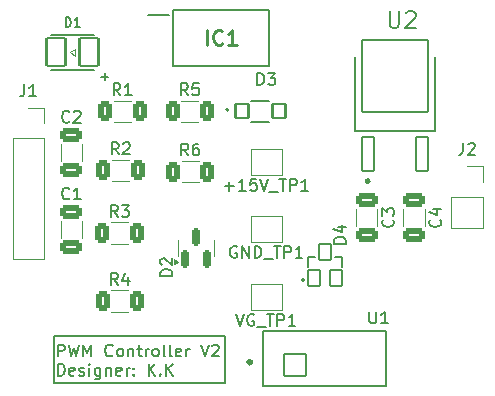
<source format=gto>
%TF.GenerationSoftware,KiCad,Pcbnew,8.0.1*%
%TF.CreationDate,2025-03-05T11:05:37+00:00*%
%TF.ProjectId,PWM Control Circuit,50574d20-436f-46e7-9472-6f6c20436972,Version 2*%
%TF.SameCoordinates,Original*%
%TF.FileFunction,Legend,Top*%
%TF.FilePolarity,Positive*%
%FSLAX46Y46*%
G04 Gerber Fmt 4.6, Leading zero omitted, Abs format (unit mm)*
G04 Created by KiCad (PCBNEW 8.0.1) date 2025-03-05 11:05:37*
%MOMM*%
%LPD*%
G01*
G04 APERTURE LIST*
G04 Aperture macros list*
%AMRoundRect*
0 Rectangle with rounded corners*
0 $1 Rounding radius*
0 $2 $3 $4 $5 $6 $7 $8 $9 X,Y pos of 4 corners*
0 Add a 4 corners polygon primitive as box body*
4,1,4,$2,$3,$4,$5,$6,$7,$8,$9,$2,$3,0*
0 Add four circle primitives for the rounded corners*
1,1,$1+$1,$2,$3*
1,1,$1+$1,$4,$5*
1,1,$1+$1,$6,$7*
1,1,$1+$1,$8,$9*
0 Add four rect primitives between the rounded corners*
20,1,$1+$1,$2,$3,$4,$5,0*
20,1,$1+$1,$4,$5,$6,$7,0*
20,1,$1+$1,$6,$7,$8,$9,0*
20,1,$1+$1,$8,$9,$2,$3,0*%
G04 Aperture macros list end*
%ADD10C,0.200000*%
%ADD11C,0.150000*%
%ADD12C,0.254000*%
%ADD13C,0.127000*%
%ADD14C,0.120000*%
%ADD15C,0.300000*%
%ADD16C,0.152400*%
%ADD17C,0.100000*%
%ADD18RoundRect,0.102000X-0.555000X-0.610000X0.555000X-0.610000X0.555000X0.610000X-0.555000X0.610000X0*%
%ADD19RoundRect,0.250000X-0.312500X-0.625000X0.312500X-0.625000X0.312500X0.625000X-0.312500X0.625000X0*%
%ADD20RoundRect,0.150000X0.150000X-0.587500X0.150000X0.587500X-0.150000X0.587500X-0.150000X-0.587500X0*%
%ADD21C,3.800000*%
%ADD22C,1.800000*%
%ADD23RoundRect,0.102000X-0.485000X-1.415000X0.485000X-1.415000X0.485000X1.415000X-0.485000X1.415000X0*%
%ADD24RoundRect,0.102000X-2.815000X-3.045000X2.815000X-3.045000X2.815000X3.045000X-2.815000X3.045000X0*%
%ADD25RoundRect,0.250000X-0.650000X0.325000X-0.650000X-0.325000X0.650000X-0.325000X0.650000X0.325000X0*%
%ADD26RoundRect,0.102000X0.500000X-0.700000X0.500000X0.700000X-0.500000X0.700000X-0.500000X-0.700000X0*%
%ADD27R,1.850000X0.650000*%
%ADD28RoundRect,0.102000X-0.955000X-0.955000X0.955000X-0.955000X0.955000X0.955000X-0.955000X0.955000X0*%
%ADD29C,2.114000*%
%ADD30R,1.700000X1.700000*%
%ADD31O,1.700000X1.700000*%
%ADD32RoundRect,0.102000X-0.800000X-1.200000X0.800000X-1.200000X0.800000X1.200000X-0.800000X1.200000X0*%
G04 APERTURE END LIST*
D10*
X92000000Y-109000000D02*
X106500000Y-109000000D01*
X106500000Y-113000000D01*
X92000000Y-113000000D01*
X92000000Y-109000000D01*
X92369673Y-110757275D02*
X92369673Y-109757275D01*
X92369673Y-109757275D02*
X92750625Y-109757275D01*
X92750625Y-109757275D02*
X92845863Y-109804894D01*
X92845863Y-109804894D02*
X92893482Y-109852513D01*
X92893482Y-109852513D02*
X92941101Y-109947751D01*
X92941101Y-109947751D02*
X92941101Y-110090608D01*
X92941101Y-110090608D02*
X92893482Y-110185846D01*
X92893482Y-110185846D02*
X92845863Y-110233465D01*
X92845863Y-110233465D02*
X92750625Y-110281084D01*
X92750625Y-110281084D02*
X92369673Y-110281084D01*
X93274435Y-109757275D02*
X93512530Y-110757275D01*
X93512530Y-110757275D02*
X93703006Y-110042989D01*
X93703006Y-110042989D02*
X93893482Y-110757275D01*
X93893482Y-110757275D02*
X94131578Y-109757275D01*
X94512530Y-110757275D02*
X94512530Y-109757275D01*
X94512530Y-109757275D02*
X94845863Y-110471560D01*
X94845863Y-110471560D02*
X95179196Y-109757275D01*
X95179196Y-109757275D02*
X95179196Y-110757275D01*
X96988720Y-110662036D02*
X96941101Y-110709656D01*
X96941101Y-110709656D02*
X96798244Y-110757275D01*
X96798244Y-110757275D02*
X96703006Y-110757275D01*
X96703006Y-110757275D02*
X96560149Y-110709656D01*
X96560149Y-110709656D02*
X96464911Y-110614417D01*
X96464911Y-110614417D02*
X96417292Y-110519179D01*
X96417292Y-110519179D02*
X96369673Y-110328703D01*
X96369673Y-110328703D02*
X96369673Y-110185846D01*
X96369673Y-110185846D02*
X96417292Y-109995370D01*
X96417292Y-109995370D02*
X96464911Y-109900132D01*
X96464911Y-109900132D02*
X96560149Y-109804894D01*
X96560149Y-109804894D02*
X96703006Y-109757275D01*
X96703006Y-109757275D02*
X96798244Y-109757275D01*
X96798244Y-109757275D02*
X96941101Y-109804894D01*
X96941101Y-109804894D02*
X96988720Y-109852513D01*
X97560149Y-110757275D02*
X97464911Y-110709656D01*
X97464911Y-110709656D02*
X97417292Y-110662036D01*
X97417292Y-110662036D02*
X97369673Y-110566798D01*
X97369673Y-110566798D02*
X97369673Y-110281084D01*
X97369673Y-110281084D02*
X97417292Y-110185846D01*
X97417292Y-110185846D02*
X97464911Y-110138227D01*
X97464911Y-110138227D02*
X97560149Y-110090608D01*
X97560149Y-110090608D02*
X97703006Y-110090608D01*
X97703006Y-110090608D02*
X97798244Y-110138227D01*
X97798244Y-110138227D02*
X97845863Y-110185846D01*
X97845863Y-110185846D02*
X97893482Y-110281084D01*
X97893482Y-110281084D02*
X97893482Y-110566798D01*
X97893482Y-110566798D02*
X97845863Y-110662036D01*
X97845863Y-110662036D02*
X97798244Y-110709656D01*
X97798244Y-110709656D02*
X97703006Y-110757275D01*
X97703006Y-110757275D02*
X97560149Y-110757275D01*
X98322054Y-110090608D02*
X98322054Y-110757275D01*
X98322054Y-110185846D02*
X98369673Y-110138227D01*
X98369673Y-110138227D02*
X98464911Y-110090608D01*
X98464911Y-110090608D02*
X98607768Y-110090608D01*
X98607768Y-110090608D02*
X98703006Y-110138227D01*
X98703006Y-110138227D02*
X98750625Y-110233465D01*
X98750625Y-110233465D02*
X98750625Y-110757275D01*
X99083959Y-110090608D02*
X99464911Y-110090608D01*
X99226816Y-109757275D02*
X99226816Y-110614417D01*
X99226816Y-110614417D02*
X99274435Y-110709656D01*
X99274435Y-110709656D02*
X99369673Y-110757275D01*
X99369673Y-110757275D02*
X99464911Y-110757275D01*
X99798245Y-110757275D02*
X99798245Y-110090608D01*
X99798245Y-110281084D02*
X99845864Y-110185846D01*
X99845864Y-110185846D02*
X99893483Y-110138227D01*
X99893483Y-110138227D02*
X99988721Y-110090608D01*
X99988721Y-110090608D02*
X100083959Y-110090608D01*
X100560150Y-110757275D02*
X100464912Y-110709656D01*
X100464912Y-110709656D02*
X100417293Y-110662036D01*
X100417293Y-110662036D02*
X100369674Y-110566798D01*
X100369674Y-110566798D02*
X100369674Y-110281084D01*
X100369674Y-110281084D02*
X100417293Y-110185846D01*
X100417293Y-110185846D02*
X100464912Y-110138227D01*
X100464912Y-110138227D02*
X100560150Y-110090608D01*
X100560150Y-110090608D02*
X100703007Y-110090608D01*
X100703007Y-110090608D02*
X100798245Y-110138227D01*
X100798245Y-110138227D02*
X100845864Y-110185846D01*
X100845864Y-110185846D02*
X100893483Y-110281084D01*
X100893483Y-110281084D02*
X100893483Y-110566798D01*
X100893483Y-110566798D02*
X100845864Y-110662036D01*
X100845864Y-110662036D02*
X100798245Y-110709656D01*
X100798245Y-110709656D02*
X100703007Y-110757275D01*
X100703007Y-110757275D02*
X100560150Y-110757275D01*
X101464912Y-110757275D02*
X101369674Y-110709656D01*
X101369674Y-110709656D02*
X101322055Y-110614417D01*
X101322055Y-110614417D02*
X101322055Y-109757275D01*
X101988722Y-110757275D02*
X101893484Y-110709656D01*
X101893484Y-110709656D02*
X101845865Y-110614417D01*
X101845865Y-110614417D02*
X101845865Y-109757275D01*
X102750627Y-110709656D02*
X102655389Y-110757275D01*
X102655389Y-110757275D02*
X102464913Y-110757275D01*
X102464913Y-110757275D02*
X102369675Y-110709656D01*
X102369675Y-110709656D02*
X102322056Y-110614417D01*
X102322056Y-110614417D02*
X102322056Y-110233465D01*
X102322056Y-110233465D02*
X102369675Y-110138227D01*
X102369675Y-110138227D02*
X102464913Y-110090608D01*
X102464913Y-110090608D02*
X102655389Y-110090608D01*
X102655389Y-110090608D02*
X102750627Y-110138227D01*
X102750627Y-110138227D02*
X102798246Y-110233465D01*
X102798246Y-110233465D02*
X102798246Y-110328703D01*
X102798246Y-110328703D02*
X102322056Y-110423941D01*
X103226818Y-110757275D02*
X103226818Y-110090608D01*
X103226818Y-110281084D02*
X103274437Y-110185846D01*
X103274437Y-110185846D02*
X103322056Y-110138227D01*
X103322056Y-110138227D02*
X103417294Y-110090608D01*
X103417294Y-110090608D02*
X103512532Y-110090608D01*
X104464914Y-109757275D02*
X104798247Y-110757275D01*
X104798247Y-110757275D02*
X105131580Y-109757275D01*
X105417295Y-109852513D02*
X105464914Y-109804894D01*
X105464914Y-109804894D02*
X105560152Y-109757275D01*
X105560152Y-109757275D02*
X105798247Y-109757275D01*
X105798247Y-109757275D02*
X105893485Y-109804894D01*
X105893485Y-109804894D02*
X105941104Y-109852513D01*
X105941104Y-109852513D02*
X105988723Y-109947751D01*
X105988723Y-109947751D02*
X105988723Y-110042989D01*
X105988723Y-110042989D02*
X105941104Y-110185846D01*
X105941104Y-110185846D02*
X105369676Y-110757275D01*
X105369676Y-110757275D02*
X105988723Y-110757275D01*
X92369673Y-112367219D02*
X92369673Y-111367219D01*
X92369673Y-111367219D02*
X92607768Y-111367219D01*
X92607768Y-111367219D02*
X92750625Y-111414838D01*
X92750625Y-111414838D02*
X92845863Y-111510076D01*
X92845863Y-111510076D02*
X92893482Y-111605314D01*
X92893482Y-111605314D02*
X92941101Y-111795790D01*
X92941101Y-111795790D02*
X92941101Y-111938647D01*
X92941101Y-111938647D02*
X92893482Y-112129123D01*
X92893482Y-112129123D02*
X92845863Y-112224361D01*
X92845863Y-112224361D02*
X92750625Y-112319600D01*
X92750625Y-112319600D02*
X92607768Y-112367219D01*
X92607768Y-112367219D02*
X92369673Y-112367219D01*
X93750625Y-112319600D02*
X93655387Y-112367219D01*
X93655387Y-112367219D02*
X93464911Y-112367219D01*
X93464911Y-112367219D02*
X93369673Y-112319600D01*
X93369673Y-112319600D02*
X93322054Y-112224361D01*
X93322054Y-112224361D02*
X93322054Y-111843409D01*
X93322054Y-111843409D02*
X93369673Y-111748171D01*
X93369673Y-111748171D02*
X93464911Y-111700552D01*
X93464911Y-111700552D02*
X93655387Y-111700552D01*
X93655387Y-111700552D02*
X93750625Y-111748171D01*
X93750625Y-111748171D02*
X93798244Y-111843409D01*
X93798244Y-111843409D02*
X93798244Y-111938647D01*
X93798244Y-111938647D02*
X93322054Y-112033885D01*
X94179197Y-112319600D02*
X94274435Y-112367219D01*
X94274435Y-112367219D02*
X94464911Y-112367219D01*
X94464911Y-112367219D02*
X94560149Y-112319600D01*
X94560149Y-112319600D02*
X94607768Y-112224361D01*
X94607768Y-112224361D02*
X94607768Y-112176742D01*
X94607768Y-112176742D02*
X94560149Y-112081504D01*
X94560149Y-112081504D02*
X94464911Y-112033885D01*
X94464911Y-112033885D02*
X94322054Y-112033885D01*
X94322054Y-112033885D02*
X94226816Y-111986266D01*
X94226816Y-111986266D02*
X94179197Y-111891028D01*
X94179197Y-111891028D02*
X94179197Y-111843409D01*
X94179197Y-111843409D02*
X94226816Y-111748171D01*
X94226816Y-111748171D02*
X94322054Y-111700552D01*
X94322054Y-111700552D02*
X94464911Y-111700552D01*
X94464911Y-111700552D02*
X94560149Y-111748171D01*
X95036340Y-112367219D02*
X95036340Y-111700552D01*
X95036340Y-111367219D02*
X94988721Y-111414838D01*
X94988721Y-111414838D02*
X95036340Y-111462457D01*
X95036340Y-111462457D02*
X95083959Y-111414838D01*
X95083959Y-111414838D02*
X95036340Y-111367219D01*
X95036340Y-111367219D02*
X95036340Y-111462457D01*
X95941101Y-111700552D02*
X95941101Y-112510076D01*
X95941101Y-112510076D02*
X95893482Y-112605314D01*
X95893482Y-112605314D02*
X95845863Y-112652933D01*
X95845863Y-112652933D02*
X95750625Y-112700552D01*
X95750625Y-112700552D02*
X95607768Y-112700552D01*
X95607768Y-112700552D02*
X95512530Y-112652933D01*
X95941101Y-112319600D02*
X95845863Y-112367219D01*
X95845863Y-112367219D02*
X95655387Y-112367219D01*
X95655387Y-112367219D02*
X95560149Y-112319600D01*
X95560149Y-112319600D02*
X95512530Y-112271980D01*
X95512530Y-112271980D02*
X95464911Y-112176742D01*
X95464911Y-112176742D02*
X95464911Y-111891028D01*
X95464911Y-111891028D02*
X95512530Y-111795790D01*
X95512530Y-111795790D02*
X95560149Y-111748171D01*
X95560149Y-111748171D02*
X95655387Y-111700552D01*
X95655387Y-111700552D02*
X95845863Y-111700552D01*
X95845863Y-111700552D02*
X95941101Y-111748171D01*
X96417292Y-111700552D02*
X96417292Y-112367219D01*
X96417292Y-111795790D02*
X96464911Y-111748171D01*
X96464911Y-111748171D02*
X96560149Y-111700552D01*
X96560149Y-111700552D02*
X96703006Y-111700552D01*
X96703006Y-111700552D02*
X96798244Y-111748171D01*
X96798244Y-111748171D02*
X96845863Y-111843409D01*
X96845863Y-111843409D02*
X96845863Y-112367219D01*
X97703006Y-112319600D02*
X97607768Y-112367219D01*
X97607768Y-112367219D02*
X97417292Y-112367219D01*
X97417292Y-112367219D02*
X97322054Y-112319600D01*
X97322054Y-112319600D02*
X97274435Y-112224361D01*
X97274435Y-112224361D02*
X97274435Y-111843409D01*
X97274435Y-111843409D02*
X97322054Y-111748171D01*
X97322054Y-111748171D02*
X97417292Y-111700552D01*
X97417292Y-111700552D02*
X97607768Y-111700552D01*
X97607768Y-111700552D02*
X97703006Y-111748171D01*
X97703006Y-111748171D02*
X97750625Y-111843409D01*
X97750625Y-111843409D02*
X97750625Y-111938647D01*
X97750625Y-111938647D02*
X97274435Y-112033885D01*
X98179197Y-112367219D02*
X98179197Y-111700552D01*
X98179197Y-111891028D02*
X98226816Y-111795790D01*
X98226816Y-111795790D02*
X98274435Y-111748171D01*
X98274435Y-111748171D02*
X98369673Y-111700552D01*
X98369673Y-111700552D02*
X98464911Y-111700552D01*
X98798245Y-112271980D02*
X98845864Y-112319600D01*
X98845864Y-112319600D02*
X98798245Y-112367219D01*
X98798245Y-112367219D02*
X98750626Y-112319600D01*
X98750626Y-112319600D02*
X98798245Y-112271980D01*
X98798245Y-112271980D02*
X98798245Y-112367219D01*
X98798245Y-111748171D02*
X98845864Y-111795790D01*
X98845864Y-111795790D02*
X98798245Y-111843409D01*
X98798245Y-111843409D02*
X98750626Y-111795790D01*
X98750626Y-111795790D02*
X98798245Y-111748171D01*
X98798245Y-111748171D02*
X98798245Y-111843409D01*
X100036340Y-112367219D02*
X100036340Y-111367219D01*
X100607768Y-112367219D02*
X100179197Y-111795790D01*
X100607768Y-111367219D02*
X100036340Y-111938647D01*
X101036340Y-112271980D02*
X101083959Y-112319600D01*
X101083959Y-112319600D02*
X101036340Y-112367219D01*
X101036340Y-112367219D02*
X100988721Y-112319600D01*
X100988721Y-112319600D02*
X101036340Y-112271980D01*
X101036340Y-112271980D02*
X101036340Y-112367219D01*
X101512530Y-112367219D02*
X101512530Y-111367219D01*
X102083958Y-112367219D02*
X101655387Y-111795790D01*
X102083958Y-111367219D02*
X101512530Y-111938647D01*
D11*
X109256905Y-87769819D02*
X109256905Y-86769819D01*
X109256905Y-86769819D02*
X109495000Y-86769819D01*
X109495000Y-86769819D02*
X109637857Y-86817438D01*
X109637857Y-86817438D02*
X109733095Y-86912676D01*
X109733095Y-86912676D02*
X109780714Y-87007914D01*
X109780714Y-87007914D02*
X109828333Y-87198390D01*
X109828333Y-87198390D02*
X109828333Y-87341247D01*
X109828333Y-87341247D02*
X109780714Y-87531723D01*
X109780714Y-87531723D02*
X109733095Y-87626961D01*
X109733095Y-87626961D02*
X109637857Y-87722200D01*
X109637857Y-87722200D02*
X109495000Y-87769819D01*
X109495000Y-87769819D02*
X109256905Y-87769819D01*
X110161667Y-86769819D02*
X110780714Y-86769819D01*
X110780714Y-86769819D02*
X110447381Y-87150771D01*
X110447381Y-87150771D02*
X110590238Y-87150771D01*
X110590238Y-87150771D02*
X110685476Y-87198390D01*
X110685476Y-87198390D02*
X110733095Y-87246009D01*
X110733095Y-87246009D02*
X110780714Y-87341247D01*
X110780714Y-87341247D02*
X110780714Y-87579342D01*
X110780714Y-87579342D02*
X110733095Y-87674580D01*
X110733095Y-87674580D02*
X110685476Y-87722200D01*
X110685476Y-87722200D02*
X110590238Y-87769819D01*
X110590238Y-87769819D02*
X110304524Y-87769819D01*
X110304524Y-87769819D02*
X110209286Y-87722200D01*
X110209286Y-87722200D02*
X110161667Y-87674580D01*
X103370833Y-88634819D02*
X103037500Y-88158628D01*
X102799405Y-88634819D02*
X102799405Y-87634819D01*
X102799405Y-87634819D02*
X103180357Y-87634819D01*
X103180357Y-87634819D02*
X103275595Y-87682438D01*
X103275595Y-87682438D02*
X103323214Y-87730057D01*
X103323214Y-87730057D02*
X103370833Y-87825295D01*
X103370833Y-87825295D02*
X103370833Y-87968152D01*
X103370833Y-87968152D02*
X103323214Y-88063390D01*
X103323214Y-88063390D02*
X103275595Y-88111009D01*
X103275595Y-88111009D02*
X103180357Y-88158628D01*
X103180357Y-88158628D02*
X102799405Y-88158628D01*
X104275595Y-87634819D02*
X103799405Y-87634819D01*
X103799405Y-87634819D02*
X103751786Y-88111009D01*
X103751786Y-88111009D02*
X103799405Y-88063390D01*
X103799405Y-88063390D02*
X103894643Y-88015771D01*
X103894643Y-88015771D02*
X104132738Y-88015771D01*
X104132738Y-88015771D02*
X104227976Y-88063390D01*
X104227976Y-88063390D02*
X104275595Y-88111009D01*
X104275595Y-88111009D02*
X104323214Y-88206247D01*
X104323214Y-88206247D02*
X104323214Y-88444342D01*
X104323214Y-88444342D02*
X104275595Y-88539580D01*
X104275595Y-88539580D02*
X104227976Y-88587200D01*
X104227976Y-88587200D02*
X104132738Y-88634819D01*
X104132738Y-88634819D02*
X103894643Y-88634819D01*
X103894643Y-88634819D02*
X103799405Y-88587200D01*
X103799405Y-88587200D02*
X103751786Y-88539580D01*
X102042319Y-103950594D02*
X101042319Y-103950594D01*
X101042319Y-103950594D02*
X101042319Y-103712499D01*
X101042319Y-103712499D02*
X101089938Y-103569642D01*
X101089938Y-103569642D02*
X101185176Y-103474404D01*
X101185176Y-103474404D02*
X101280414Y-103426785D01*
X101280414Y-103426785D02*
X101470890Y-103379166D01*
X101470890Y-103379166D02*
X101613747Y-103379166D01*
X101613747Y-103379166D02*
X101804223Y-103426785D01*
X101804223Y-103426785D02*
X101899461Y-103474404D01*
X101899461Y-103474404D02*
X101994700Y-103569642D01*
X101994700Y-103569642D02*
X102042319Y-103712499D01*
X102042319Y-103712499D02*
X102042319Y-103950594D01*
X101137557Y-102998213D02*
X101089938Y-102950594D01*
X101089938Y-102950594D02*
X101042319Y-102855356D01*
X101042319Y-102855356D02*
X101042319Y-102617261D01*
X101042319Y-102617261D02*
X101089938Y-102522023D01*
X101089938Y-102522023D02*
X101137557Y-102474404D01*
X101137557Y-102474404D02*
X101232795Y-102426785D01*
X101232795Y-102426785D02*
X101328033Y-102426785D01*
X101328033Y-102426785D02*
X101470890Y-102474404D01*
X101470890Y-102474404D02*
X102042319Y-103045832D01*
X102042319Y-103045832D02*
X102042319Y-102426785D01*
X106500000Y-96348866D02*
X107261905Y-96348866D01*
X106880952Y-96729819D02*
X106880952Y-95967914D01*
X108261904Y-96729819D02*
X107690476Y-96729819D01*
X107976190Y-96729819D02*
X107976190Y-95729819D01*
X107976190Y-95729819D02*
X107880952Y-95872676D01*
X107880952Y-95872676D02*
X107785714Y-95967914D01*
X107785714Y-95967914D02*
X107690476Y-96015533D01*
X109166666Y-95729819D02*
X108690476Y-95729819D01*
X108690476Y-95729819D02*
X108642857Y-96206009D01*
X108642857Y-96206009D02*
X108690476Y-96158390D01*
X108690476Y-96158390D02*
X108785714Y-96110771D01*
X108785714Y-96110771D02*
X109023809Y-96110771D01*
X109023809Y-96110771D02*
X109119047Y-96158390D01*
X109119047Y-96158390D02*
X109166666Y-96206009D01*
X109166666Y-96206009D02*
X109214285Y-96301247D01*
X109214285Y-96301247D02*
X109214285Y-96539342D01*
X109214285Y-96539342D02*
X109166666Y-96634580D01*
X109166666Y-96634580D02*
X109119047Y-96682200D01*
X109119047Y-96682200D02*
X109023809Y-96729819D01*
X109023809Y-96729819D02*
X108785714Y-96729819D01*
X108785714Y-96729819D02*
X108690476Y-96682200D01*
X108690476Y-96682200D02*
X108642857Y-96634580D01*
X109500000Y-95729819D02*
X109833333Y-96729819D01*
X109833333Y-96729819D02*
X110166666Y-95729819D01*
X110261905Y-96825057D02*
X111023809Y-96825057D01*
X111119048Y-95729819D02*
X111690476Y-95729819D01*
X111404762Y-96729819D02*
X111404762Y-95729819D01*
X112023810Y-96729819D02*
X112023810Y-95729819D01*
X112023810Y-95729819D02*
X112404762Y-95729819D01*
X112404762Y-95729819D02*
X112500000Y-95777438D01*
X112500000Y-95777438D02*
X112547619Y-95825057D01*
X112547619Y-95825057D02*
X112595238Y-95920295D01*
X112595238Y-95920295D02*
X112595238Y-96063152D01*
X112595238Y-96063152D02*
X112547619Y-96158390D01*
X112547619Y-96158390D02*
X112500000Y-96206009D01*
X112500000Y-96206009D02*
X112404762Y-96253628D01*
X112404762Y-96253628D02*
X112023810Y-96253628D01*
X113547619Y-96729819D02*
X112976191Y-96729819D01*
X113261905Y-96729819D02*
X113261905Y-95729819D01*
X113261905Y-95729819D02*
X113166667Y-95872676D01*
X113166667Y-95872676D02*
X113071429Y-95967914D01*
X113071429Y-95967914D02*
X112976191Y-96015533D01*
X120451633Y-81510866D02*
X120451633Y-82644200D01*
X120451633Y-82644200D02*
X120518300Y-82777533D01*
X120518300Y-82777533D02*
X120584966Y-82844200D01*
X120584966Y-82844200D02*
X120718300Y-82910866D01*
X120718300Y-82910866D02*
X120984966Y-82910866D01*
X120984966Y-82910866D02*
X121118300Y-82844200D01*
X121118300Y-82844200D02*
X121184966Y-82777533D01*
X121184966Y-82777533D02*
X121251633Y-82644200D01*
X121251633Y-82644200D02*
X121251633Y-81510866D01*
X121851633Y-81644200D02*
X121918300Y-81577533D01*
X121918300Y-81577533D02*
X122051633Y-81510866D01*
X122051633Y-81510866D02*
X122384967Y-81510866D01*
X122384967Y-81510866D02*
X122518300Y-81577533D01*
X122518300Y-81577533D02*
X122584967Y-81644200D01*
X122584967Y-81644200D02*
X122651633Y-81777533D01*
X122651633Y-81777533D02*
X122651633Y-81910866D01*
X122651633Y-81910866D02*
X122584967Y-82110866D01*
X122584967Y-82110866D02*
X121784967Y-82910866D01*
X121784967Y-82910866D02*
X122651633Y-82910866D01*
X107499999Y-101452438D02*
X107404761Y-101404819D01*
X107404761Y-101404819D02*
X107261904Y-101404819D01*
X107261904Y-101404819D02*
X107119047Y-101452438D01*
X107119047Y-101452438D02*
X107023809Y-101547676D01*
X107023809Y-101547676D02*
X106976190Y-101642914D01*
X106976190Y-101642914D02*
X106928571Y-101833390D01*
X106928571Y-101833390D02*
X106928571Y-101976247D01*
X106928571Y-101976247D02*
X106976190Y-102166723D01*
X106976190Y-102166723D02*
X107023809Y-102261961D01*
X107023809Y-102261961D02*
X107119047Y-102357200D01*
X107119047Y-102357200D02*
X107261904Y-102404819D01*
X107261904Y-102404819D02*
X107357142Y-102404819D01*
X107357142Y-102404819D02*
X107499999Y-102357200D01*
X107499999Y-102357200D02*
X107547618Y-102309580D01*
X107547618Y-102309580D02*
X107547618Y-101976247D01*
X107547618Y-101976247D02*
X107357142Y-101976247D01*
X107976190Y-102404819D02*
X107976190Y-101404819D01*
X107976190Y-101404819D02*
X108547618Y-102404819D01*
X108547618Y-102404819D02*
X108547618Y-101404819D01*
X109023809Y-102404819D02*
X109023809Y-101404819D01*
X109023809Y-101404819D02*
X109261904Y-101404819D01*
X109261904Y-101404819D02*
X109404761Y-101452438D01*
X109404761Y-101452438D02*
X109499999Y-101547676D01*
X109499999Y-101547676D02*
X109547618Y-101642914D01*
X109547618Y-101642914D02*
X109595237Y-101833390D01*
X109595237Y-101833390D02*
X109595237Y-101976247D01*
X109595237Y-101976247D02*
X109547618Y-102166723D01*
X109547618Y-102166723D02*
X109499999Y-102261961D01*
X109499999Y-102261961D02*
X109404761Y-102357200D01*
X109404761Y-102357200D02*
X109261904Y-102404819D01*
X109261904Y-102404819D02*
X109023809Y-102404819D01*
X109785714Y-102500057D02*
X110547618Y-102500057D01*
X110642857Y-101404819D02*
X111214285Y-101404819D01*
X110928571Y-102404819D02*
X110928571Y-101404819D01*
X111547619Y-102404819D02*
X111547619Y-101404819D01*
X111547619Y-101404819D02*
X111928571Y-101404819D01*
X111928571Y-101404819D02*
X112023809Y-101452438D01*
X112023809Y-101452438D02*
X112071428Y-101500057D01*
X112071428Y-101500057D02*
X112119047Y-101595295D01*
X112119047Y-101595295D02*
X112119047Y-101738152D01*
X112119047Y-101738152D02*
X112071428Y-101833390D01*
X112071428Y-101833390D02*
X112023809Y-101881009D01*
X112023809Y-101881009D02*
X111928571Y-101928628D01*
X111928571Y-101928628D02*
X111547619Y-101928628D01*
X113071428Y-102404819D02*
X112500000Y-102404819D01*
X112785714Y-102404819D02*
X112785714Y-101404819D01*
X112785714Y-101404819D02*
X112690476Y-101547676D01*
X112690476Y-101547676D02*
X112595238Y-101642914D01*
X112595238Y-101642914D02*
X112500000Y-101690533D01*
X97645833Y-88634819D02*
X97312500Y-88158628D01*
X97074405Y-88634819D02*
X97074405Y-87634819D01*
X97074405Y-87634819D02*
X97455357Y-87634819D01*
X97455357Y-87634819D02*
X97550595Y-87682438D01*
X97550595Y-87682438D02*
X97598214Y-87730057D01*
X97598214Y-87730057D02*
X97645833Y-87825295D01*
X97645833Y-87825295D02*
X97645833Y-87968152D01*
X97645833Y-87968152D02*
X97598214Y-88063390D01*
X97598214Y-88063390D02*
X97550595Y-88111009D01*
X97550595Y-88111009D02*
X97455357Y-88158628D01*
X97455357Y-88158628D02*
X97074405Y-88158628D01*
X98598214Y-88634819D02*
X98026786Y-88634819D01*
X98312500Y-88634819D02*
X98312500Y-87634819D01*
X98312500Y-87634819D02*
X98217262Y-87777676D01*
X98217262Y-87777676D02*
X98122024Y-87872914D01*
X98122024Y-87872914D02*
X98026786Y-87920533D01*
X93333333Y-90859580D02*
X93285714Y-90907200D01*
X93285714Y-90907200D02*
X93142857Y-90954819D01*
X93142857Y-90954819D02*
X93047619Y-90954819D01*
X93047619Y-90954819D02*
X92904762Y-90907200D01*
X92904762Y-90907200D02*
X92809524Y-90811961D01*
X92809524Y-90811961D02*
X92761905Y-90716723D01*
X92761905Y-90716723D02*
X92714286Y-90526247D01*
X92714286Y-90526247D02*
X92714286Y-90383390D01*
X92714286Y-90383390D02*
X92761905Y-90192914D01*
X92761905Y-90192914D02*
X92809524Y-90097676D01*
X92809524Y-90097676D02*
X92904762Y-90002438D01*
X92904762Y-90002438D02*
X93047619Y-89954819D01*
X93047619Y-89954819D02*
X93142857Y-89954819D01*
X93142857Y-89954819D02*
X93285714Y-90002438D01*
X93285714Y-90002438D02*
X93333333Y-90050057D01*
X93714286Y-90050057D02*
X93761905Y-90002438D01*
X93761905Y-90002438D02*
X93857143Y-89954819D01*
X93857143Y-89954819D02*
X94095238Y-89954819D01*
X94095238Y-89954819D02*
X94190476Y-90002438D01*
X94190476Y-90002438D02*
X94238095Y-90050057D01*
X94238095Y-90050057D02*
X94285714Y-90145295D01*
X94285714Y-90145295D02*
X94285714Y-90240533D01*
X94285714Y-90240533D02*
X94238095Y-90383390D01*
X94238095Y-90383390D02*
X93666667Y-90954819D01*
X93666667Y-90954819D02*
X94285714Y-90954819D01*
X116727184Y-101195645D02*
X115725822Y-101195645D01*
X115725822Y-101195645D02*
X115725822Y-100957225D01*
X115725822Y-100957225D02*
X115773506Y-100814174D01*
X115773506Y-100814174D02*
X115868874Y-100718806D01*
X115868874Y-100718806D02*
X115964242Y-100671122D01*
X115964242Y-100671122D02*
X116154978Y-100623438D01*
X116154978Y-100623438D02*
X116298029Y-100623438D01*
X116298029Y-100623438D02*
X116488765Y-100671122D01*
X116488765Y-100671122D02*
X116584133Y-100718806D01*
X116584133Y-100718806D02*
X116679501Y-100814174D01*
X116679501Y-100814174D02*
X116727184Y-100957225D01*
X116727184Y-100957225D02*
X116727184Y-101195645D01*
X116059610Y-99765128D02*
X116727184Y-99765128D01*
X115678139Y-100003547D02*
X116393397Y-100241967D01*
X116393397Y-100241967D02*
X116393397Y-99622076D01*
X93333333Y-97359580D02*
X93285714Y-97407200D01*
X93285714Y-97407200D02*
X93142857Y-97454819D01*
X93142857Y-97454819D02*
X93047619Y-97454819D01*
X93047619Y-97454819D02*
X92904762Y-97407200D01*
X92904762Y-97407200D02*
X92809524Y-97311961D01*
X92809524Y-97311961D02*
X92761905Y-97216723D01*
X92761905Y-97216723D02*
X92714286Y-97026247D01*
X92714286Y-97026247D02*
X92714286Y-96883390D01*
X92714286Y-96883390D02*
X92761905Y-96692914D01*
X92761905Y-96692914D02*
X92809524Y-96597676D01*
X92809524Y-96597676D02*
X92904762Y-96502438D01*
X92904762Y-96502438D02*
X93047619Y-96454819D01*
X93047619Y-96454819D02*
X93142857Y-96454819D01*
X93142857Y-96454819D02*
X93285714Y-96502438D01*
X93285714Y-96502438D02*
X93333333Y-96550057D01*
X94285714Y-97454819D02*
X93714286Y-97454819D01*
X94000000Y-97454819D02*
X94000000Y-96454819D01*
X94000000Y-96454819D02*
X93904762Y-96597676D01*
X93904762Y-96597676D02*
X93809524Y-96692914D01*
X93809524Y-96692914D02*
X93714286Y-96740533D01*
X103395833Y-93734819D02*
X103062500Y-93258628D01*
X102824405Y-93734819D02*
X102824405Y-92734819D01*
X102824405Y-92734819D02*
X103205357Y-92734819D01*
X103205357Y-92734819D02*
X103300595Y-92782438D01*
X103300595Y-92782438D02*
X103348214Y-92830057D01*
X103348214Y-92830057D02*
X103395833Y-92925295D01*
X103395833Y-92925295D02*
X103395833Y-93068152D01*
X103395833Y-93068152D02*
X103348214Y-93163390D01*
X103348214Y-93163390D02*
X103300595Y-93211009D01*
X103300595Y-93211009D02*
X103205357Y-93258628D01*
X103205357Y-93258628D02*
X102824405Y-93258628D01*
X104252976Y-92734819D02*
X104062500Y-92734819D01*
X104062500Y-92734819D02*
X103967262Y-92782438D01*
X103967262Y-92782438D02*
X103919643Y-92830057D01*
X103919643Y-92830057D02*
X103824405Y-92972914D01*
X103824405Y-92972914D02*
X103776786Y-93163390D01*
X103776786Y-93163390D02*
X103776786Y-93544342D01*
X103776786Y-93544342D02*
X103824405Y-93639580D01*
X103824405Y-93639580D02*
X103872024Y-93687200D01*
X103872024Y-93687200D02*
X103967262Y-93734819D01*
X103967262Y-93734819D02*
X104157738Y-93734819D01*
X104157738Y-93734819D02*
X104252976Y-93687200D01*
X104252976Y-93687200D02*
X104300595Y-93639580D01*
X104300595Y-93639580D02*
X104348214Y-93544342D01*
X104348214Y-93544342D02*
X104348214Y-93306247D01*
X104348214Y-93306247D02*
X104300595Y-93211009D01*
X104300595Y-93211009D02*
X104252976Y-93163390D01*
X104252976Y-93163390D02*
X104157738Y-93115771D01*
X104157738Y-93115771D02*
X103967262Y-93115771D01*
X103967262Y-93115771D02*
X103872024Y-93163390D01*
X103872024Y-93163390D02*
X103824405Y-93211009D01*
X103824405Y-93211009D02*
X103776786Y-93306247D01*
X107428571Y-107154819D02*
X107761904Y-108154819D01*
X107761904Y-108154819D02*
X108095237Y-107154819D01*
X108952380Y-107202438D02*
X108857142Y-107154819D01*
X108857142Y-107154819D02*
X108714285Y-107154819D01*
X108714285Y-107154819D02*
X108571428Y-107202438D01*
X108571428Y-107202438D02*
X108476190Y-107297676D01*
X108476190Y-107297676D02*
X108428571Y-107392914D01*
X108428571Y-107392914D02*
X108380952Y-107583390D01*
X108380952Y-107583390D02*
X108380952Y-107726247D01*
X108380952Y-107726247D02*
X108428571Y-107916723D01*
X108428571Y-107916723D02*
X108476190Y-108011961D01*
X108476190Y-108011961D02*
X108571428Y-108107200D01*
X108571428Y-108107200D02*
X108714285Y-108154819D01*
X108714285Y-108154819D02*
X108809523Y-108154819D01*
X108809523Y-108154819D02*
X108952380Y-108107200D01*
X108952380Y-108107200D02*
X108999999Y-108059580D01*
X108999999Y-108059580D02*
X108999999Y-107726247D01*
X108999999Y-107726247D02*
X108809523Y-107726247D01*
X109190476Y-108250057D02*
X109952380Y-108250057D01*
X110047619Y-107154819D02*
X110619047Y-107154819D01*
X110333333Y-108154819D02*
X110333333Y-107154819D01*
X110952381Y-108154819D02*
X110952381Y-107154819D01*
X110952381Y-107154819D02*
X111333333Y-107154819D01*
X111333333Y-107154819D02*
X111428571Y-107202438D01*
X111428571Y-107202438D02*
X111476190Y-107250057D01*
X111476190Y-107250057D02*
X111523809Y-107345295D01*
X111523809Y-107345295D02*
X111523809Y-107488152D01*
X111523809Y-107488152D02*
X111476190Y-107583390D01*
X111476190Y-107583390D02*
X111428571Y-107631009D01*
X111428571Y-107631009D02*
X111333333Y-107678628D01*
X111333333Y-107678628D02*
X110952381Y-107678628D01*
X112476190Y-108154819D02*
X111904762Y-108154819D01*
X112190476Y-108154819D02*
X112190476Y-107154819D01*
X112190476Y-107154819D02*
X112095238Y-107297676D01*
X112095238Y-107297676D02*
X112000000Y-107392914D01*
X112000000Y-107392914D02*
X111904762Y-107440533D01*
X124709580Y-99166666D02*
X124757200Y-99214285D01*
X124757200Y-99214285D02*
X124804819Y-99357142D01*
X124804819Y-99357142D02*
X124804819Y-99452380D01*
X124804819Y-99452380D02*
X124757200Y-99595237D01*
X124757200Y-99595237D02*
X124661961Y-99690475D01*
X124661961Y-99690475D02*
X124566723Y-99738094D01*
X124566723Y-99738094D02*
X124376247Y-99785713D01*
X124376247Y-99785713D02*
X124233390Y-99785713D01*
X124233390Y-99785713D02*
X124042914Y-99738094D01*
X124042914Y-99738094D02*
X123947676Y-99690475D01*
X123947676Y-99690475D02*
X123852438Y-99595237D01*
X123852438Y-99595237D02*
X123804819Y-99452380D01*
X123804819Y-99452380D02*
X123804819Y-99357142D01*
X123804819Y-99357142D02*
X123852438Y-99214285D01*
X123852438Y-99214285D02*
X123900057Y-99166666D01*
X124138152Y-98309523D02*
X124804819Y-98309523D01*
X123757200Y-98547618D02*
X124471485Y-98785713D01*
X124471485Y-98785713D02*
X124471485Y-98166666D01*
X120709580Y-99166666D02*
X120757200Y-99214285D01*
X120757200Y-99214285D02*
X120804819Y-99357142D01*
X120804819Y-99357142D02*
X120804819Y-99452380D01*
X120804819Y-99452380D02*
X120757200Y-99595237D01*
X120757200Y-99595237D02*
X120661961Y-99690475D01*
X120661961Y-99690475D02*
X120566723Y-99738094D01*
X120566723Y-99738094D02*
X120376247Y-99785713D01*
X120376247Y-99785713D02*
X120233390Y-99785713D01*
X120233390Y-99785713D02*
X120042914Y-99738094D01*
X120042914Y-99738094D02*
X119947676Y-99690475D01*
X119947676Y-99690475D02*
X119852438Y-99595237D01*
X119852438Y-99595237D02*
X119804819Y-99452380D01*
X119804819Y-99452380D02*
X119804819Y-99357142D01*
X119804819Y-99357142D02*
X119852438Y-99214285D01*
X119852438Y-99214285D02*
X119900057Y-99166666D01*
X119804819Y-98833332D02*
X119804819Y-98214285D01*
X119804819Y-98214285D02*
X120185771Y-98547618D01*
X120185771Y-98547618D02*
X120185771Y-98404761D01*
X120185771Y-98404761D02*
X120233390Y-98309523D01*
X120233390Y-98309523D02*
X120281009Y-98261904D01*
X120281009Y-98261904D02*
X120376247Y-98214285D01*
X120376247Y-98214285D02*
X120614342Y-98214285D01*
X120614342Y-98214285D02*
X120709580Y-98261904D01*
X120709580Y-98261904D02*
X120757200Y-98309523D01*
X120757200Y-98309523D02*
X120804819Y-98404761D01*
X120804819Y-98404761D02*
X120804819Y-98690475D01*
X120804819Y-98690475D02*
X120757200Y-98785713D01*
X120757200Y-98785713D02*
X120709580Y-98833332D01*
X97495833Y-93634819D02*
X97162500Y-93158628D01*
X96924405Y-93634819D02*
X96924405Y-92634819D01*
X96924405Y-92634819D02*
X97305357Y-92634819D01*
X97305357Y-92634819D02*
X97400595Y-92682438D01*
X97400595Y-92682438D02*
X97448214Y-92730057D01*
X97448214Y-92730057D02*
X97495833Y-92825295D01*
X97495833Y-92825295D02*
X97495833Y-92968152D01*
X97495833Y-92968152D02*
X97448214Y-93063390D01*
X97448214Y-93063390D02*
X97400595Y-93111009D01*
X97400595Y-93111009D02*
X97305357Y-93158628D01*
X97305357Y-93158628D02*
X96924405Y-93158628D01*
X97876786Y-92730057D02*
X97924405Y-92682438D01*
X97924405Y-92682438D02*
X98019643Y-92634819D01*
X98019643Y-92634819D02*
X98257738Y-92634819D01*
X98257738Y-92634819D02*
X98352976Y-92682438D01*
X98352976Y-92682438D02*
X98400595Y-92730057D01*
X98400595Y-92730057D02*
X98448214Y-92825295D01*
X98448214Y-92825295D02*
X98448214Y-92920533D01*
X98448214Y-92920533D02*
X98400595Y-93063390D01*
X98400595Y-93063390D02*
X97829167Y-93634819D01*
X97829167Y-93634819D02*
X98448214Y-93634819D01*
X97420833Y-98934819D02*
X97087500Y-98458628D01*
X96849405Y-98934819D02*
X96849405Y-97934819D01*
X96849405Y-97934819D02*
X97230357Y-97934819D01*
X97230357Y-97934819D02*
X97325595Y-97982438D01*
X97325595Y-97982438D02*
X97373214Y-98030057D01*
X97373214Y-98030057D02*
X97420833Y-98125295D01*
X97420833Y-98125295D02*
X97420833Y-98268152D01*
X97420833Y-98268152D02*
X97373214Y-98363390D01*
X97373214Y-98363390D02*
X97325595Y-98411009D01*
X97325595Y-98411009D02*
X97230357Y-98458628D01*
X97230357Y-98458628D02*
X96849405Y-98458628D01*
X97754167Y-97934819D02*
X98373214Y-97934819D01*
X98373214Y-97934819D02*
X98039881Y-98315771D01*
X98039881Y-98315771D02*
X98182738Y-98315771D01*
X98182738Y-98315771D02*
X98277976Y-98363390D01*
X98277976Y-98363390D02*
X98325595Y-98411009D01*
X98325595Y-98411009D02*
X98373214Y-98506247D01*
X98373214Y-98506247D02*
X98373214Y-98744342D01*
X98373214Y-98744342D02*
X98325595Y-98839580D01*
X98325595Y-98839580D02*
X98277976Y-98887200D01*
X98277976Y-98887200D02*
X98182738Y-98934819D01*
X98182738Y-98934819D02*
X97897024Y-98934819D01*
X97897024Y-98934819D02*
X97801786Y-98887200D01*
X97801786Y-98887200D02*
X97754167Y-98839580D01*
X97445833Y-104709819D02*
X97112500Y-104233628D01*
X96874405Y-104709819D02*
X96874405Y-103709819D01*
X96874405Y-103709819D02*
X97255357Y-103709819D01*
X97255357Y-103709819D02*
X97350595Y-103757438D01*
X97350595Y-103757438D02*
X97398214Y-103805057D01*
X97398214Y-103805057D02*
X97445833Y-103900295D01*
X97445833Y-103900295D02*
X97445833Y-104043152D01*
X97445833Y-104043152D02*
X97398214Y-104138390D01*
X97398214Y-104138390D02*
X97350595Y-104186009D01*
X97350595Y-104186009D02*
X97255357Y-104233628D01*
X97255357Y-104233628D02*
X96874405Y-104233628D01*
X98302976Y-104043152D02*
X98302976Y-104709819D01*
X98064881Y-103662200D02*
X97826786Y-104376485D01*
X97826786Y-104376485D02*
X98445833Y-104376485D01*
D12*
X104960237Y-84374318D02*
X104960237Y-83104318D01*
X106290714Y-84253365D02*
X106230238Y-84313842D01*
X106230238Y-84313842D02*
X106048809Y-84374318D01*
X106048809Y-84374318D02*
X105927857Y-84374318D01*
X105927857Y-84374318D02*
X105746428Y-84313842D01*
X105746428Y-84313842D02*
X105625476Y-84192889D01*
X105625476Y-84192889D02*
X105564999Y-84071937D01*
X105564999Y-84071937D02*
X105504523Y-83830032D01*
X105504523Y-83830032D02*
X105504523Y-83648603D01*
X105504523Y-83648603D02*
X105564999Y-83406699D01*
X105564999Y-83406699D02*
X105625476Y-83285746D01*
X105625476Y-83285746D02*
X105746428Y-83164794D01*
X105746428Y-83164794D02*
X105927857Y-83104318D01*
X105927857Y-83104318D02*
X106048809Y-83104318D01*
X106048809Y-83104318D02*
X106230238Y-83164794D01*
X106230238Y-83164794D02*
X106290714Y-83225270D01*
X107500238Y-84374318D02*
X106774523Y-84374318D01*
X107137380Y-84374318D02*
X107137380Y-83104318D01*
X107137380Y-83104318D02*
X107016428Y-83285746D01*
X107016428Y-83285746D02*
X106895476Y-83406699D01*
X106895476Y-83406699D02*
X106774523Y-83467175D01*
D11*
X118738095Y-106954819D02*
X118738095Y-107764342D01*
X118738095Y-107764342D02*
X118785714Y-107859580D01*
X118785714Y-107859580D02*
X118833333Y-107907200D01*
X118833333Y-107907200D02*
X118928571Y-107954819D01*
X118928571Y-107954819D02*
X119119047Y-107954819D01*
X119119047Y-107954819D02*
X119214285Y-107907200D01*
X119214285Y-107907200D02*
X119261904Y-107859580D01*
X119261904Y-107859580D02*
X119309523Y-107764342D01*
X119309523Y-107764342D02*
X119309523Y-106954819D01*
X120309523Y-107954819D02*
X119738095Y-107954819D01*
X120023809Y-107954819D02*
X120023809Y-106954819D01*
X120023809Y-106954819D02*
X119928571Y-107097676D01*
X119928571Y-107097676D02*
X119833333Y-107192914D01*
X119833333Y-107192914D02*
X119738095Y-107240533D01*
X126666666Y-92684819D02*
X126666666Y-93399104D01*
X126666666Y-93399104D02*
X126619047Y-93541961D01*
X126619047Y-93541961D02*
X126523809Y-93637200D01*
X126523809Y-93637200D02*
X126380952Y-93684819D01*
X126380952Y-93684819D02*
X126285714Y-93684819D01*
X127095238Y-92780057D02*
X127142857Y-92732438D01*
X127142857Y-92732438D02*
X127238095Y-92684819D01*
X127238095Y-92684819D02*
X127476190Y-92684819D01*
X127476190Y-92684819D02*
X127571428Y-92732438D01*
X127571428Y-92732438D02*
X127619047Y-92780057D01*
X127619047Y-92780057D02*
X127666666Y-92875295D01*
X127666666Y-92875295D02*
X127666666Y-92970533D01*
X127666666Y-92970533D02*
X127619047Y-93113390D01*
X127619047Y-93113390D02*
X127047619Y-93684819D01*
X127047619Y-93684819D02*
X127666666Y-93684819D01*
X89516666Y-87714819D02*
X89516666Y-88429104D01*
X89516666Y-88429104D02*
X89469047Y-88571961D01*
X89469047Y-88571961D02*
X89373809Y-88667200D01*
X89373809Y-88667200D02*
X89230952Y-88714819D01*
X89230952Y-88714819D02*
X89135714Y-88714819D01*
X90516666Y-88714819D02*
X89945238Y-88714819D01*
X90230952Y-88714819D02*
X90230952Y-87714819D01*
X90230952Y-87714819D02*
X90135714Y-87857676D01*
X90135714Y-87857676D02*
X90040476Y-87952914D01*
X90040476Y-87952914D02*
X89945238Y-88000533D01*
X93009524Y-82854295D02*
X93009524Y-82054295D01*
X93009524Y-82054295D02*
X93200000Y-82054295D01*
X93200000Y-82054295D02*
X93314286Y-82092390D01*
X93314286Y-82092390D02*
X93390476Y-82168580D01*
X93390476Y-82168580D02*
X93428571Y-82244771D01*
X93428571Y-82244771D02*
X93466667Y-82397152D01*
X93466667Y-82397152D02*
X93466667Y-82511438D01*
X93466667Y-82511438D02*
X93428571Y-82663819D01*
X93428571Y-82663819D02*
X93390476Y-82740009D01*
X93390476Y-82740009D02*
X93314286Y-82816200D01*
X93314286Y-82816200D02*
X93200000Y-82854295D01*
X93200000Y-82854295D02*
X93009524Y-82854295D01*
X94228571Y-82854295D02*
X93771428Y-82854295D01*
X94000000Y-82854295D02*
X94000000Y-82054295D01*
X94000000Y-82054295D02*
X93923809Y-82168580D01*
X93923809Y-82168580D02*
X93847619Y-82244771D01*
X93847619Y-82244771D02*
X93771428Y-82282866D01*
X96032738Y-87057533D02*
X96642262Y-87057533D01*
X96337500Y-87362295D02*
X96337500Y-86752771D01*
D13*
%TO.C,D3*%
X108750000Y-89100000D02*
X110250000Y-89100000D01*
X108750000Y-90900000D02*
X110250000Y-90900000D01*
D10*
X106805000Y-89873000D02*
G75*
G02*
X106605000Y-89873000I-100000J0D01*
G01*
X106605000Y-89873000D02*
G75*
G02*
X106805000Y-89873000I100000J0D01*
G01*
D14*
%TO.C,R5*%
X102810436Y-89090000D02*
X104264564Y-89090000D01*
X102810436Y-90910000D02*
X104264564Y-90910000D01*
%TO.C,D2*%
X102490000Y-101562500D02*
X102490000Y-100912500D01*
X102490000Y-101562500D02*
X102490000Y-102212500D01*
X105610000Y-101562500D02*
X105610000Y-100912500D01*
X105610000Y-101562500D02*
X105610000Y-102212500D01*
X102540000Y-102725000D02*
X102210000Y-102965000D01*
X102210000Y-102485000D01*
X102540000Y-102725000D01*
G36*
X102540000Y-102725000D02*
G01*
X102210000Y-102965000D01*
X102210000Y-102485000D01*
X102540000Y-102725000D01*
G37*
%TO.C,+15V_TP1*%
X108700000Y-93225000D02*
X108700000Y-94925000D01*
X108700000Y-94925000D02*
X108700000Y-95425000D01*
X108700000Y-95425000D02*
X111300000Y-95425000D01*
X111300000Y-93225000D02*
X108700000Y-93225000D01*
X111300000Y-95425000D02*
X111300000Y-93225000D01*
D13*
%TO.C,U2*%
X117513300Y-91638000D02*
X117513300Y-85417000D01*
X124253300Y-85417000D02*
X124253300Y-91638000D01*
X124253300Y-91638000D02*
X117513300Y-91638000D01*
D15*
X118683300Y-95910000D02*
G75*
G02*
X118483300Y-95910000I-100000J0D01*
G01*
X118483300Y-95910000D02*
G75*
G02*
X118683300Y-95910000I100000J0D01*
G01*
D14*
%TO.C,GND_TP1*%
X108700000Y-98900000D02*
X108700000Y-100600000D01*
X108700000Y-100600000D02*
X108700000Y-101100000D01*
X108700000Y-101100000D02*
X111300000Y-101100000D01*
X111300000Y-98900000D02*
X108700000Y-98900000D01*
X111300000Y-101100000D02*
X111300000Y-98900000D01*
%TO.C,R1*%
X97085436Y-89090000D02*
X98539564Y-89090000D01*
X97085436Y-90910000D02*
X98539564Y-90910000D01*
%TO.C,C2*%
X92590000Y-92788748D02*
X92590000Y-94211252D01*
X94410000Y-92788748D02*
X94410000Y-94211252D01*
D16*
%TO.C,D4*%
X113577600Y-102339600D02*
X114136400Y-102339600D01*
X113577600Y-103152400D02*
X113577600Y-102339600D01*
X115863600Y-102339600D02*
X116422400Y-102339600D01*
X116422400Y-102339600D02*
X116422400Y-103152400D01*
D13*
X113222000Y-104270000D02*
G75*
G02*
X112968000Y-104270000I-127000J0D01*
G01*
X112968000Y-104270000D02*
G75*
G02*
X113222000Y-104270000I127000J0D01*
G01*
D14*
%TO.C,C1*%
X92590000Y-99288748D02*
X92590000Y-100711252D01*
X94410000Y-99288748D02*
X94410000Y-100711252D01*
%TO.C,R6*%
X102835436Y-94190000D02*
X104289564Y-94190000D01*
X102835436Y-96010000D02*
X104289564Y-96010000D01*
%TO.C,VG_TP1*%
X108700000Y-104650000D02*
X108700000Y-106350000D01*
X108700000Y-106350000D02*
X108700000Y-106850000D01*
X108700000Y-106850000D02*
X111300000Y-106850000D01*
X111300000Y-104650000D02*
X108700000Y-104650000D01*
X111300000Y-106850000D02*
X111300000Y-104650000D01*
%TO.C,C4*%
X121590000Y-98288748D02*
X121590000Y-99711252D01*
X123410000Y-98288748D02*
X123410000Y-99711252D01*
%TO.C,C3*%
X117590000Y-98288748D02*
X117590000Y-99711252D01*
X119410000Y-98288748D02*
X119410000Y-99711252D01*
%TO.C,R2*%
X96935436Y-94090000D02*
X98389564Y-94090000D01*
X96935436Y-95910000D02*
X98389564Y-95910000D01*
%TO.C,R3*%
X96860436Y-99390000D02*
X98314564Y-99390000D01*
X96860436Y-101210000D02*
X98314564Y-101210000D01*
%TO.C,R4*%
X96885436Y-105165000D02*
X98339564Y-105165000D01*
X96885436Y-106985000D02*
X98339564Y-106985000D01*
D10*
%TO.C,IC1*%
X99950000Y-81855000D02*
X101800000Y-81855000D01*
X102150000Y-81460000D02*
X110250000Y-81460000D01*
X102150000Y-86140000D02*
X102150000Y-81460000D01*
X110250000Y-81460000D02*
X110250000Y-86140000D01*
X110250000Y-86140000D02*
X102150000Y-86140000D01*
D13*
%TO.C,U1*%
X109760000Y-108640000D02*
X120160000Y-108640000D01*
X109760000Y-113240000D02*
X109760000Y-108640000D01*
X120160000Y-108640000D02*
X120160000Y-113240000D01*
X120160000Y-113240000D02*
X109760000Y-113240000D01*
D15*
X108760000Y-111240000D02*
G75*
G02*
X108460000Y-111240000I-150000J0D01*
G01*
X108460000Y-111240000D02*
G75*
G02*
X108760000Y-111240000I150000J0D01*
G01*
D14*
%TO.C,J2*%
X125670000Y-97270000D02*
X125670000Y-99870000D01*
X125670000Y-97270000D02*
X128330000Y-97270000D01*
X125670000Y-99870000D02*
X128330000Y-99870000D01*
X127000000Y-94670000D02*
X128330000Y-94670000D01*
X128330000Y-94670000D02*
X128330000Y-96000000D01*
X128330000Y-97270000D02*
X128330000Y-99870000D01*
%TO.C,J1*%
X88520000Y-92300000D02*
X88520000Y-102520000D01*
X88520000Y-92300000D02*
X91180000Y-92300000D01*
X88520000Y-102520000D02*
X91180000Y-102520000D01*
X89850000Y-89700000D02*
X91180000Y-89700000D01*
X91180000Y-89700000D02*
X91180000Y-91030000D01*
X91180000Y-92300000D02*
X91180000Y-102520000D01*
D10*
%TO.C,D1*%
X91750000Y-83500000D02*
X95450000Y-83500000D01*
D17*
X93400000Y-85000000D02*
X93800000Y-84750000D01*
X93800000Y-84750000D02*
X93800000Y-85300000D01*
X93800000Y-85300000D02*
X93400000Y-85000000D01*
D10*
X95450000Y-86500000D02*
X91750000Y-86500000D01*
%TD*%
%LPC*%
D18*
%TO.C,D3*%
X107950000Y-90000000D03*
X111050000Y-90000000D03*
%TD*%
D19*
%TO.C,R5*%
X102075000Y-90000000D03*
X105000000Y-90000000D03*
%TD*%
D20*
%TO.C,D2*%
X103100000Y-102500000D03*
X105000000Y-102500000D03*
X104050000Y-100625000D03*
%TD*%
D21*
%TO.C,H1*%
X88500000Y-80500000D03*
%TD*%
D22*
%TO.C,+15V_TP1*%
X110000000Y-94325000D03*
%TD*%
D23*
%TO.C,U2*%
X118593300Y-93650000D03*
D24*
X120883300Y-87000000D03*
D23*
X123173300Y-93650000D03*
%TD*%
D22*
%TO.C,GND_TP1*%
X110000000Y-100000000D03*
%TD*%
D19*
%TO.C,R1*%
X96350000Y-90000000D03*
X99275000Y-90000000D03*
%TD*%
D25*
%TO.C,C2*%
X93500000Y-92025000D03*
X93500000Y-94975000D03*
%TD*%
D26*
%TO.C,D4*%
X114050000Y-104100000D03*
X115950000Y-104100000D03*
X115000000Y-101900000D03*
%TD*%
D25*
%TO.C,C1*%
X93500000Y-98525000D03*
X93500000Y-101475000D03*
%TD*%
D19*
%TO.C,R6*%
X102100000Y-95100000D03*
X105025000Y-95100000D03*
%TD*%
D22*
%TO.C,VG_TP1*%
X110000000Y-105750000D03*
%TD*%
D25*
%TO.C,C4*%
X122500000Y-97525000D03*
X122500000Y-100475000D03*
%TD*%
D21*
%TO.C,H3*%
X88500000Y-112000000D03*
%TD*%
D25*
%TO.C,C3*%
X118500000Y-97525000D03*
X118500000Y-100475000D03*
%TD*%
D19*
%TO.C,R2*%
X96200000Y-95000000D03*
X99125000Y-95000000D03*
%TD*%
%TO.C,R3*%
X96125000Y-100300000D03*
X99050000Y-100300000D03*
%TD*%
%TO.C,R4*%
X96150000Y-106075000D03*
X99075000Y-106075000D03*
%TD*%
D27*
%TO.C,IC1*%
X100875000Y-82530000D03*
X100875000Y-83800000D03*
X100875000Y-85070000D03*
X111525000Y-85070000D03*
X111525000Y-83800000D03*
X111525000Y-82530000D03*
%TD*%
D28*
%TO.C,U1*%
X112420000Y-111500000D03*
D29*
X114960000Y-111500000D03*
X117500000Y-111500000D03*
%TD*%
D21*
%TO.C,H4*%
X127000000Y-112000000D03*
%TD*%
D30*
%TO.C,J2*%
X127000000Y-96000000D03*
D31*
X127000000Y-98540000D03*
%TD*%
D21*
%TO.C,H2*%
X127000000Y-80500000D03*
%TD*%
D30*
%TO.C,J1*%
X89850000Y-91030000D03*
D31*
X89850000Y-93570000D03*
X89850000Y-96110000D03*
X89850000Y-98650000D03*
X89850000Y-101190000D03*
%TD*%
D32*
%TO.C,D1*%
X92175000Y-85000000D03*
X95025000Y-85000000D03*
%TD*%
%LPD*%
M02*

</source>
